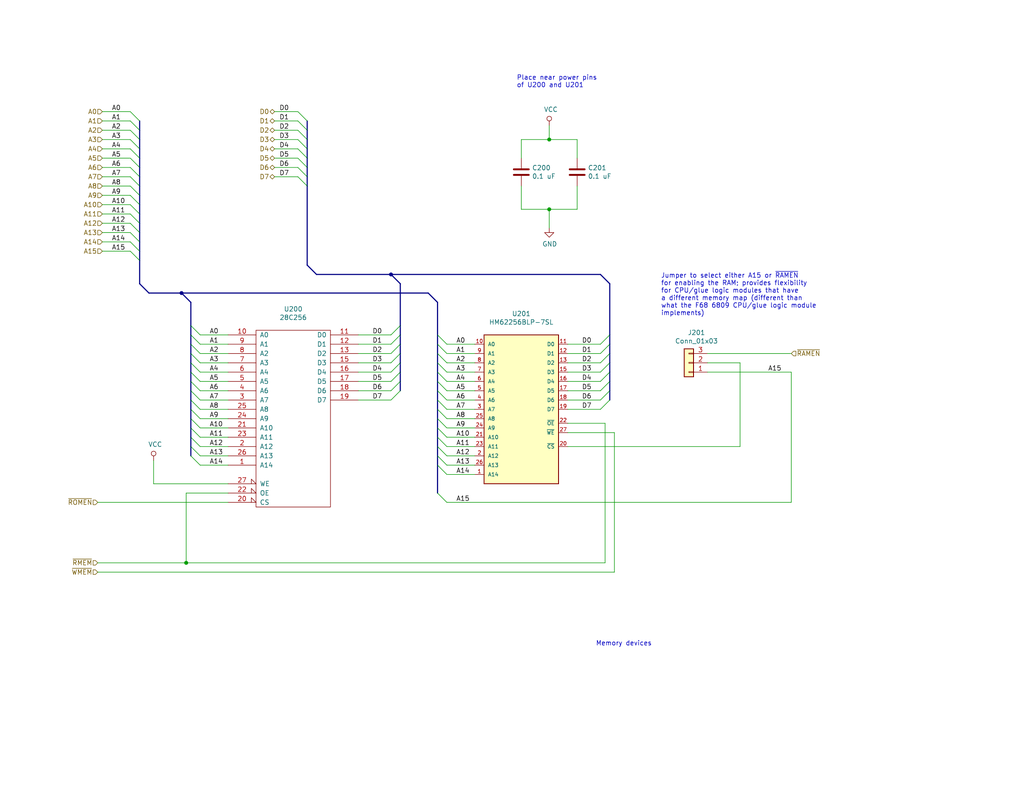
<source format=kicad_sch>
(kicad_sch (version 20211123) (generator eeschema)
  (paper "USLetter")
  (lib_symbols
    (symbol "Connector_Generic:Conn_01x03" (pin_names (offset 1.016) hide)
      (property "Reference" "J" (at 0 5.08 0))
      (property "Value" "Conn_01x03" (at 0 -5.08 0))
      (symbol "Conn_01x03_1_1"
        (rectangle (start -1.27 -2.413) (end 0 -2.667) (stroke (width 0.1524)))
        (rectangle (start -1.27 0.127) (end 0 -0.127) (stroke (width 0.1524)))
        (rectangle (start -1.27 2.667) (end 0 2.413) (stroke (width 0.1524)))
        (rectangle (start -1.27 3.81) (end 1.27 -3.81) (stroke (width 0.254)) (fill (type background)))
        (pin passive line (at -5.08 2.54 0) (length 3.81) (name "Pin_1") (number "1"))
        (pin passive line (at -5.08 0 0) (length 3.81) (name "Pin_2") (number "2"))
        (pin passive line (at -5.08 -2.54 0) (length 3.81) (name "Pin_3") (number "3"))
      )
    )
    (symbol "device:C" (pin_numbers hide) (pin_names (offset 0.254))
      (property "Reference" "C" (at 0.635 2.54 0))
      (property "Value" "C" (at 0.635 -2.54 0))
      (symbol "C_0_1"
        (polyline (pts (xy -2.032 -0.762) (xy 2.032 -0.762)) (stroke (width 0.508)))
        (polyline (pts (xy -2.032 0.762) (xy 2.032 0.762)) (stroke (width 0.508)))
      )
      (symbol "C_1_1"
        (pin passive line (at 0 3.81 270) (length 2.794) (name "~") (number "1"))
        (pin passive line (at 0 -3.81 90) (length 2.794) (name "~") (number "2"))
      )
    )
    (symbol "memory:28C256" (pin_names (offset 1.016))
      (property "Reference" "U" (at 5.08 25.4 0))
      (property "Value" "28C256" (at 7.62 -25.4 0))
      (symbol "28C256_0_0"
        (pin power_in line (at 0 -25.4 90) (length 1.27) hide (name "GND") (number "14"))
        (pin power_in line (at 0 25.4 270) (length 1.27) hide (name "VCC") (number "28"))
      )
      (symbol "28C256_0_1"
        (rectangle (start -10.16 24.13) (end 10.16 -24.13))
      )
      (symbol "28C256_1_1"
        (pin input line (at -17.78 -12.7 0) (length 7.62) (name "A14") (number "1"))
        (pin input line (at -17.78 22.86 0) (length 7.62) (name "A0") (number "10"))
        (pin tri_state line (at 17.78 22.86 180) (length 7.62) (name "D0") (number "11"))
        (pin tri_state line (at 17.78 20.32 180) (length 7.62) (name "D1") (number "12"))
        (pin tri_state line (at 17.78 17.78 180) (length 7.62) (name "D2") (number "13"))
        (pin tri_state line (at 17.78 15.24 180) (length 7.62) (name "D3") (number "15"))
        (pin tri_state line (at 17.78 12.7 180) (length 7.62) (name "D4") (number "16"))
        (pin tri_state line (at 17.78 10.16 180) (length 7.62) (name "D5") (number "17"))
        (pin tri_state line (at 17.78 7.62 180) (length 7.62) (name "D6") (number "18"))
        (pin tri_state line (at 17.78 5.08 180) (length 7.62) (name "D7") (number "19"))
        (pin input line (at -17.78 -7.62 0) (length 7.62) (name "A12") (number "2"))
        (pin input input_low (at -17.78 -22.86 0) (length 7.62) (name "CS") (number "20"))
        (pin input line (at -17.78 -2.54 0) (length 7.62) (name "A10") (number "21"))
        (pin input input_low (at -17.78 -20.32 0) (length 7.62) (name "OE") (number "22"))
        (pin input line (at -17.78 -5.08 0) (length 7.62) (name "A11") (number "23"))
        (pin input line (at -17.78 0 0) (length 7.62) (name "A9") (number "24"))
        (pin input line (at -17.78 2.54 0) (length 7.62) (name "A8") (number "25"))
        (pin input line (at -17.78 -10.16 0) (length 7.62) (name "A13") (number "26"))
        (pin input input_low (at -17.78 -17.78 0) (length 7.62) (name "WE") (number "27"))
        (pin input line (at -17.78 5.08 0) (length 7.62) (name "A7") (number "3"))
        (pin input line (at -17.78 7.62 0) (length 7.62) (name "A6") (number "4"))
        (pin input line (at -17.78 10.16 0) (length 7.62) (name "A5") (number "5"))
        (pin input line (at -17.78 12.7 0) (length 7.62) (name "A4") (number "6"))
        (pin input line (at -17.78 15.24 0) (length 7.62) (name "A3") (number "7"))
        (pin input line (at -17.78 17.78 0) (length 7.62) (name "A2") (number "8"))
        (pin input line (at -17.78 20.32 0) (length 7.62) (name "A1") (number "9"))
      )
    )
    (symbol "memory:HM62256BLP-7SL" (pin_names (offset 1.016))
      (property "Reference" "U" (at -7.62 22.86 0))
      (property "Value" "HM62256BLP-7SL" (at 10.16 -20.32 0))
      (symbol "HM62256BLP-7SL_0_0"
        (pin power_in line (at 0 -20.32 90) (length 1.27) hide (name "GND") (number "14"))
        (pin power_in line (at 0 22.86 270) (length 1.27) hide (name "VCC") (number "28"))
      )
      (symbol "HM62256BLP-7SL_0_1"
        (rectangle (start -10.16 21.59) (end 10.16 -19.05) (stroke (width 0.254)) (fill (type background)))
      )
      (symbol "HM62256BLP-7SL_1_1"
        (pin input line (at -12.7 -16.51 0) (length 2.54) (name "A14") (number "1"))
        (pin input line (at -12.7 19.05 0) (length 2.54) (name "A0") (number "10"))
        (pin tri_state line (at 12.7 19.05 180) (length 2.54) (name "D0") (number "11"))
        (pin tri_state line (at 12.7 16.51 180) (length 2.54) (name "D1") (number "12"))
        (pin tri_state line (at 12.7 13.97 180) (length 2.54) (name "D2") (number "13"))
        (pin tri_state line (at 12.7 11.43 180) (length 2.54) (name "D3") (number "15"))
        (pin tri_state line (at 12.7 8.89 180) (length 2.54) (name "D4") (number "16"))
        (pin tri_state line (at 12.7 6.35 180) (length 2.54) (name "D5") (number "17"))
        (pin tri_state line (at 12.7 3.81 180) (length 2.54) (name "D6") (number "18"))
        (pin tri_state line (at 12.7 1.27 180) (length 2.54) (name "D7") (number "19"))
        (pin input line (at -12.7 -11.43 0) (length 2.54) (name "A12") (number "2"))
        (pin input line (at 12.7 -8.89 180) (length 2.54) (name "~{CS}") (number "20"))
        (pin input line (at -12.7 -6.35 0) (length 2.54) (name "A10") (number "21"))
        (pin input line (at 12.7 -2.54 180) (length 2.54) (name "~{OE}") (number "22"))
        (pin input line (at -12.7 -8.89 0) (length 2.54) (name "A11") (number "23"))
        (pin input line (at -12.7 -3.81 0) (length 2.54) (name "A9") (number "24"))
        (pin input line (at -12.7 -1.27 0) (length 2.54) (name "A8") (number "25"))
        (pin input line (at -12.7 -13.97 0) (length 2.54) (name "A13") (number "26"))
        (pin input line (at 12.7 -5.08 180) (length 2.54) (name "~{WE}") (number "27"))
        (pin input line (at -12.7 1.27 0) (length 2.54) (name "A7") (number "3"))
        (pin input line (at -12.7 3.81 0) (length 2.54) (name "A6") (number "4"))
        (pin input line (at -12.7 6.35 0) (length 2.54) (name "A5") (number "5"))
        (pin input line (at -12.7 8.89 0) (length 2.54) (name "A4") (number "6"))
        (pin input line (at -12.7 11.43 0) (length 2.54) (name "A3") (number "7"))
        (pin input line (at -12.7 13.97 0) (length 2.54) (name "A2") (number "8"))
        (pin input line (at -12.7 16.51 0) (length 2.54) (name "A1") (number "9"))
      )
    )
    (symbol "power:GND" (power) (pin_names (offset 0))
      (property "Value" "GND" (at 0 -3.81 0))
      (symbol "GND_0_1"
        (polyline (pts (xy 0 0) (xy 0 -1.27) (xy 1.27 -1.27) (xy 0 -2.54) (xy -1.27 -1.27) (xy 0 -1.27)))
      )
      (symbol "GND_1_1"
        (pin power_in line (at 0 0 270) (length 0) hide (name "GND") (number "1"))
      )
    )
    (symbol "power:VCC" (power) (pin_names (offset 0))
      (property "Value" "VCC" (at 0 3.81 0))
      (symbol "VCC_0_1"
        (polyline (pts (xy 0 0) (xy 0 1.27)))
        (circle (center 0 1.905) (radius 0.635))
      )
      (symbol "VCC_1_1"
        (pin power_in line (at 0 0 90) (length 0) hide (name "VCC") (number "1"))
      )
    )
  )
  (junction (at 149.86 38.1))
  (junction (at 149.86 57.15))
  (junction (at 49.53 80.01))
  (junction (at 106.68 74.93))
  (junction (at 50.8 153.67))
  (bus_entry (at 81.28 30.48) (size 2.54 2.54))
  (bus_entry (at 119.38 93.98) (size 2.54 2.54))
  (bus_entry (at 52.07 93.98) (size 2.54 2.54))
  (bus_entry (at 119.38 114.3) (size 2.54 2.54))
  (bus_entry (at 52.07 99.06) (size 2.54 2.54))
  (bus_entry (at 163.83 99.06) (size 2.54 -2.54))
  (bus_entry (at 35.56 66.04) (size 2.54 2.54))
  (bus_entry (at 35.56 40.64) (size 2.54 2.54))
  (bus_entry (at 52.07 119.38) (size 2.54 2.54))
  (bus_entry (at 119.38 116.84) (size 2.54 2.54))
  (bus_entry (at 119.38 99.06) (size 2.54 2.54))
  (bus_entry (at 163.83 96.52) (size 2.54 -2.54))
  (bus_entry (at 52.07 114.3) (size 2.54 2.54))
  (bus_entry (at 119.38 111.76) (size 2.54 2.54))
  (bus_entry (at 119.38 96.52) (size 2.54 2.54))
  (bus_entry (at 163.83 93.98) (size 2.54 -2.54))
  (bus_entry (at 52.07 88.9) (size 2.54 2.54))
  (bus_entry (at 106.68 109.22) (size 2.54 -2.54))
  (bus_entry (at 119.38 124.46) (size 2.54 2.54))
  (bus_entry (at 35.56 35.56) (size 2.54 2.54))
  (bus_entry (at 106.68 93.98) (size 2.54 -2.54))
  (bus_entry (at 52.07 111.76) (size 2.54 2.54))
  (bus_entry (at 81.28 38.1) (size 2.54 2.54))
  (bus_entry (at 163.83 106.68) (size 2.54 -2.54))
  (bus_entry (at 119.38 134.62) (size 2.54 2.54))
  (bus_entry (at 35.56 68.58) (size 2.54 2.54))
  (bus_entry (at 119.38 101.6) (size 2.54 2.54))
  (bus_entry (at 119.38 106.68) (size 2.54 2.54))
  (bus_entry (at 52.07 109.22) (size 2.54 2.54))
  (bus_entry (at 35.56 38.1) (size 2.54 2.54))
  (bus_entry (at 52.07 116.84) (size 2.54 2.54))
  (bus_entry (at 163.83 111.76) (size 2.54 -2.54))
  (bus_entry (at 35.56 53.34) (size 2.54 2.54))
  (bus_entry (at 35.56 63.5) (size 2.54 2.54))
  (bus_entry (at 52.07 121.92) (size 2.54 2.54))
  (bus_entry (at 52.07 91.44) (size 2.54 2.54))
  (bus_entry (at 35.56 33.02) (size 2.54 2.54))
  (bus_entry (at 52.07 106.68) (size 2.54 2.54))
  (bus_entry (at 163.83 104.14) (size 2.54 -2.54))
  (bus_entry (at 106.68 106.68) (size 2.54 -2.54))
  (bus_entry (at 106.68 104.14) (size 2.54 -2.54))
  (bus_entry (at 119.38 91.44) (size 2.54 2.54))
  (bus_entry (at 106.68 99.06) (size 2.54 -2.54))
  (bus_entry (at 52.07 124.46) (size 2.54 2.54))
  (bus_entry (at 35.56 48.26) (size 2.54 2.54))
  (bus_entry (at 119.38 127) (size 2.54 2.54))
  (bus_entry (at 35.56 43.18) (size 2.54 2.54))
  (bus_entry (at 119.38 104.14) (size 2.54 2.54))
  (bus_entry (at 35.56 58.42) (size 2.54 2.54))
  (bus_entry (at 52.07 96.52) (size 2.54 2.54))
  (bus_entry (at 35.56 55.88) (size 2.54 2.54))
  (bus_entry (at 52.07 101.6) (size 2.54 2.54))
  (bus_entry (at 119.38 121.92) (size 2.54 2.54))
  (bus_entry (at 163.83 109.22) (size 2.54 -2.54))
  (bus_entry (at 52.07 104.14) (size 2.54 2.54))
  (bus_entry (at 81.28 48.26) (size 2.54 2.54))
  (bus_entry (at 81.28 43.18) (size 2.54 2.54))
  (bus_entry (at 119.38 109.22) (size 2.54 2.54))
  (bus_entry (at 81.28 40.64) (size 2.54 2.54))
  (bus_entry (at 81.28 35.56) (size 2.54 2.54))
  (bus_entry (at 163.83 101.6) (size 2.54 -2.54))
  (bus_entry (at 35.56 45.72) (size 2.54 2.54))
  (bus_entry (at 35.56 60.96) (size 2.54 2.54))
  (bus_entry (at 81.28 45.72) (size 2.54 2.54))
  (bus_entry (at 119.38 119.38) (size 2.54 2.54))
  (bus_entry (at 81.28 33.02) (size 2.54 2.54))
  (bus_entry (at 106.68 96.52) (size 2.54 -2.54))
  (bus_entry (at 106.68 101.6) (size 2.54 -2.54))
  (bus_entry (at 106.68 91.44) (size 2.54 -2.54))
  (bus_entry (at 35.56 30.48) (size 2.54 2.54))
  (bus_entry (at 35.56 50.8) (size 2.54 2.54))
  (wire (pts (xy 167.64 156.21) (xy 26.67 156.21)))
  (bus (pts (xy 119.38 93.98) (xy 119.38 96.52)))
  (wire (pts (xy 154.94 96.52) (xy 163.83 96.52)))
  (wire (pts (xy 74.93 35.56) (xy 81.28 35.56)))
  (wire (pts (xy 97.79 106.68) (xy 106.68 106.68)))
  (wire (pts (xy 74.93 33.02) (xy 81.28 33.02)))
  (bus (pts (xy 119.38 104.14) (xy 119.38 106.68)))
  (wire (pts (xy 97.79 109.22) (xy 106.68 109.22)))
  (wire (pts (xy 97.79 104.14) (xy 106.68 104.14)))
  (bus (pts (xy 52.07 96.52) (xy 52.07 99.06)))
  (wire (pts (xy 154.94 101.6) (xy 163.83 101.6)))
  (wire (pts (xy 62.23 109.22) (xy 54.61 109.22)))
  (wire (pts (xy 62.23 106.68) (xy 54.61 106.68)))
  (bus (pts (xy 109.22 101.6) (xy 109.22 104.14)))
  (wire (pts (xy 27.94 33.02) (xy 35.56 33.02)))
  (wire (pts (xy 129.54 106.68) (xy 121.92 106.68)))
  (wire (pts (xy 215.9 137.16) (xy 215.9 101.6)))
  (wire (pts (xy 74.93 30.48) (xy 81.28 30.48)))
  (bus (pts (xy 38.1 71.12) (xy 38.1 77.47)))
  (bus (pts (xy 52.07 106.68) (xy 52.07 109.22)))
  (wire (pts (xy 74.93 45.72) (xy 81.28 45.72)))
  (wire (pts (xy 129.54 124.46) (xy 121.92 124.46)))
  (wire (pts (xy 27.94 58.42) (xy 35.56 58.42)))
  (wire (pts (xy 27.94 40.64) (xy 35.56 40.64)))
  (wire (pts (xy 157.48 43.18) (xy 157.48 38.1)))
  (wire (pts (xy 62.23 114.3) (xy 54.61 114.3)))
  (wire (pts (xy 62.23 132.08) (xy 41.91 132.08)))
  (wire (pts (xy 129.54 96.52) (xy 121.92 96.52)))
  (wire (pts (xy 149.86 38.1) (xy 149.86 34.29)))
  (wire (pts (xy 74.93 43.18) (xy 81.28 43.18)))
  (wire (pts (xy 129.54 111.76) (xy 121.92 111.76)))
  (bus (pts (xy 109.22 91.44) (xy 109.22 93.98)))
  (bus (pts (xy 52.07 88.9) (xy 52.07 91.44)))
  (bus (pts (xy 119.38 82.55) (xy 119.38 91.44)))
  (wire (pts (xy 154.94 99.06) (xy 163.83 99.06)))
  (wire (pts (xy 27.94 48.26) (xy 35.56 48.26)))
  (bus (pts (xy 109.22 104.14) (xy 109.22 106.68)))
  (wire (pts (xy 27.94 53.34) (xy 35.56 53.34)))
  (bus (pts (xy 38.1 38.1) (xy 38.1 40.64)))
  (bus (pts (xy 119.38 99.06) (xy 119.38 101.6)))
  (bus (pts (xy 119.38 119.38) (xy 119.38 121.92)))
  (bus (pts (xy 116.84 80.01) (xy 119.38 82.55)))
  (wire (pts (xy 62.23 116.84) (xy 54.61 116.84)))
  (bus (pts (xy 166.37 91.44) (xy 166.37 93.98)))
  (bus (pts (xy 163.83 74.93) (xy 166.37 77.47)))
  (wire (pts (xy 129.54 101.6) (xy 121.92 101.6)))
  (bus (pts (xy 83.82 40.64) (xy 83.82 43.18)))
  (wire (pts (xy 27.94 38.1) (xy 35.56 38.1)))
  (wire (pts (xy 142.24 50.8) (xy 142.24 57.15)))
  (bus (pts (xy 38.1 55.88) (xy 38.1 58.42)))
  (wire (pts (xy 97.79 96.52) (xy 106.68 96.52)))
  (wire (pts (xy 129.54 119.38) (xy 121.92 119.38)))
  (bus (pts (xy 166.37 93.98) (xy 166.37 96.52)))
  (bus (pts (xy 38.1 40.64) (xy 38.1 43.18)))
  (wire (pts (xy 154.94 93.98) (xy 163.83 93.98)))
  (wire (pts (xy 97.79 101.6) (xy 106.68 101.6)))
  (bus (pts (xy 52.07 121.92) (xy 52.07 124.46)))
  (wire (pts (xy 157.48 50.8) (xy 157.48 57.15)))
  (bus (pts (xy 52.07 82.55) (xy 52.07 88.9)))
  (bus (pts (xy 83.82 72.39) (xy 86.36 74.93)))
  (bus (pts (xy 52.07 99.06) (xy 52.07 101.6)))
  (bus (pts (xy 119.38 127) (xy 119.38 134.62)))
  (bus (pts (xy 52.07 114.3) (xy 52.07 116.84)))
  (bus (pts (xy 38.1 43.18) (xy 38.1 45.72)))
  (wire (pts (xy 121.92 137.16) (xy 215.9 137.16)))
  (bus (pts (xy 119.38 111.76) (xy 119.38 114.3)))
  (bus (pts (xy 49.53 80.01) (xy 116.84 80.01)))
  (wire (pts (xy 129.54 104.14) (xy 121.92 104.14)))
  (wire (pts (xy 129.54 99.06) (xy 121.92 99.06)))
  (wire (pts (xy 129.54 109.22) (xy 121.92 109.22)))
  (bus (pts (xy 83.82 38.1) (xy 83.82 40.64)))
  (wire (pts (xy 97.79 91.44) (xy 106.68 91.44)))
  (bus (pts (xy 40.64 80.01) (xy 49.53 80.01)))
  (wire (pts (xy 27.94 45.72) (xy 35.56 45.72)))
  (wire (pts (xy 97.79 93.98) (xy 106.68 93.98)))
  (bus (pts (xy 38.1 66.04) (xy 38.1 68.58)))
  (wire (pts (xy 149.86 57.15) (xy 157.48 57.15)))
  (bus (pts (xy 119.38 109.22) (xy 119.38 111.76)))
  (bus (pts (xy 166.37 106.68) (xy 166.37 109.22)))
  (bus (pts (xy 86.36 74.93) (xy 106.68 74.93)))
  (wire (pts (xy 129.54 121.92) (xy 121.92 121.92)))
  (bus (pts (xy 166.37 77.47) (xy 166.37 91.44)))
  (bus (pts (xy 109.22 77.47) (xy 109.22 88.9)))
  (bus (pts (xy 52.07 104.14) (xy 52.07 106.68)))
  (bus (pts (xy 166.37 96.52) (xy 166.37 99.06)))
  (bus (pts (xy 166.37 104.14) (xy 166.37 106.68)))
  (wire (pts (xy 62.23 104.14) (xy 54.61 104.14)))
  (bus (pts (xy 38.1 35.56) (xy 38.1 38.1)))
  (bus (pts (xy 109.22 99.06) (xy 109.22 101.6)))
  (wire (pts (xy 62.23 111.76) (xy 54.61 111.76)))
  (bus (pts (xy 109.22 96.52) (xy 109.22 99.06)))
  (wire (pts (xy 27.94 50.8) (xy 35.56 50.8)))
  (wire (pts (xy 27.94 30.48) (xy 35.56 30.48)))
  (wire (pts (xy 62.23 121.92) (xy 54.61 121.92)))
  (bus (pts (xy 119.38 96.52) (xy 119.38 99.06)))
  (wire (pts (xy 154.94 109.22) (xy 163.83 109.22)))
  (wire (pts (xy 27.94 60.96) (xy 35.56 60.96)))
  (bus (pts (xy 119.38 106.68) (xy 119.38 109.22)))
  (wire (pts (xy 74.93 38.1) (xy 81.28 38.1)))
  (bus (pts (xy 52.07 116.84) (xy 52.07 119.38)))
  (bus (pts (xy 83.82 45.72) (xy 83.82 48.26)))
  (wire (pts (xy 193.04 96.52) (xy 215.9 96.52)))
  (wire (pts (xy 149.86 38.1) (xy 157.48 38.1)))
  (wire (pts (xy 27.94 55.88) (xy 35.56 55.88)))
  (bus (pts (xy 38.1 60.96) (xy 38.1 63.5)))
  (wire (pts (xy 62.23 93.98) (xy 54.61 93.98)))
  (wire (pts (xy 154.94 115.57) (xy 165.1 115.57)))
  (bus (pts (xy 52.07 119.38) (xy 52.07 121.92)))
  (wire (pts (xy 154.94 104.14) (xy 163.83 104.14)))
  (wire (pts (xy 129.54 127) (xy 121.92 127)))
  (wire (pts (xy 97.79 99.06) (xy 106.68 99.06)))
  (bus (pts (xy 109.22 88.9) (xy 109.22 91.44)))
  (bus (pts (xy 52.07 101.6) (xy 52.07 104.14)))
  (bus (pts (xy 119.38 124.46) (xy 119.38 127)))
  (wire (pts (xy 62.23 99.06) (xy 54.61 99.06)))
  (bus (pts (xy 119.38 116.84) (xy 119.38 119.38)))
  (bus (pts (xy 38.1 68.58) (xy 38.1 71.12)))
  (bus (pts (xy 38.1 58.42) (xy 38.1 60.96)))
  (bus (pts (xy 52.07 93.98) (xy 52.07 96.52)))
  (bus (pts (xy 52.07 91.44) (xy 52.07 93.98)))
  (wire (pts (xy 62.23 96.52) (xy 54.61 96.52)))
  (wire (pts (xy 27.94 35.56) (xy 35.56 35.56)))
  (wire (pts (xy 26.67 137.16) (xy 62.23 137.16)))
  (bus (pts (xy 52.07 111.76) (xy 52.07 114.3)))
  (bus (pts (xy 83.82 50.8) (xy 83.82 72.39)))
  (wire (pts (xy 165.1 153.67) (xy 50.8 153.67)))
  (wire (pts (xy 154.94 118.11) (xy 167.64 118.11)))
  (bus (pts (xy 38.1 33.02) (xy 38.1 35.56)))
  (wire (pts (xy 74.93 40.64) (xy 81.28 40.64)))
  (bus (pts (xy 83.82 33.02) (xy 83.82 35.56)))
  (bus (pts (xy 166.37 99.06) (xy 166.37 101.6)))
  (wire (pts (xy 201.93 99.06) (xy 193.04 99.06)))
  (bus (pts (xy 38.1 48.26) (xy 38.1 50.8)))
  (wire (pts (xy 50.8 134.62) (xy 50.8 153.67)))
  (wire (pts (xy 129.54 129.54) (xy 121.92 129.54)))
  (bus (pts (xy 119.38 121.92) (xy 119.38 124.46)))
  (wire (pts (xy 27.94 66.04) (xy 35.56 66.04)))
  (wire (pts (xy 50.8 153.67) (xy 26.67 153.67)))
  (wire (pts (xy 62.23 119.38) (xy 54.61 119.38)))
  (wire (pts (xy 129.54 93.98) (xy 121.92 93.98)))
  (wire (pts (xy 154.94 106.68) (xy 163.83 106.68)))
  (wire (pts (xy 41.91 132.08) (xy 41.91 125.73)))
  (wire (pts (xy 142.24 57.15) (xy 149.86 57.15)))
  (bus (pts (xy 38.1 45.72) (xy 38.1 48.26)))
  (bus (pts (xy 83.82 48.26) (xy 83.82 50.8)))
  (wire (pts (xy 165.1 115.57) (xy 165.1 153.67)))
  (bus (pts (xy 119.38 114.3) (xy 119.38 116.84)))
  (wire (pts (xy 74.93 48.26) (xy 81.28 48.26)))
  (bus (pts (xy 119.38 91.44) (xy 119.38 93.98)))
  (wire (pts (xy 154.94 111.76) (xy 163.83 111.76)))
  (bus (pts (xy 83.82 43.18) (xy 83.82 45.72)))
  (wire (pts (xy 62.23 127) (xy 54.61 127)))
  (wire (pts (xy 149.86 57.15) (xy 149.86 62.23)))
  (wire (pts (xy 142.24 38.1) (xy 149.86 38.1)))
  (bus (pts (xy 38.1 63.5) (xy 38.1 66.04)))
  (bus (pts (xy 38.1 50.8) (xy 38.1 53.34)))
  (bus (pts (xy 49.53 80.01) (xy 52.07 82.55)))
  (wire (pts (xy 62.23 101.6) (xy 54.61 101.6)))
  (bus (pts (xy 38.1 53.34) (xy 38.1 55.88)))
  (bus (pts (xy 38.1 77.47) (xy 40.64 80.01)))
  (bus (pts (xy 52.07 109.22) (xy 52.07 111.76)))
  (bus (pts (xy 83.82 35.56) (xy 83.82 38.1)))
  (wire (pts (xy 27.94 68.58) (xy 35.56 68.58)))
  (wire (pts (xy 129.54 116.84) (xy 121.92 116.84)))
  (wire (pts (xy 129.54 114.3) (xy 121.92 114.3)))
  (wire (pts (xy 201.93 121.92) (xy 201.93 99.06)))
  (wire (pts (xy 62.23 124.46) (xy 54.61 124.46)))
  (wire (pts (xy 27.94 43.18) (xy 35.56 43.18)))
  (wire (pts (xy 193.04 101.6) (xy 215.9 101.6)))
  (wire (pts (xy 167.64 118.11) (xy 167.64 156.21)))
  (bus (pts (xy 106.68 74.93) (xy 109.22 77.47)))
  (bus (pts (xy 166.37 101.6) (xy 166.37 104.14)))
  (wire (pts (xy 62.23 91.44) (xy 54.61 91.44)))
  (wire (pts (xy 154.94 121.92) (xy 201.93 121.92)))
  (wire (pts (xy 27.94 63.5) (xy 35.56 63.5)))
  (wire (pts (xy 62.23 134.62) (xy 50.8 134.62)))
  (bus (pts (xy 109.22 93.98) (xy 109.22 96.52)))
  (bus (pts (xy 119.38 101.6) (xy 119.38 104.14)))
  (wire (pts (xy 142.24 43.18) (xy 142.24 38.1)))
  (bus (pts (xy 106.68 74.93) (xy 163.83 74.93)))
  (text "Place near power pins\nof U200 and U201" (at 140.97 24.13 0) (effects (font (size 1.27 1.27)) (justify left bottom)))
  (text "Memory devices" (at 162.56 176.53 0) (effects (font (size 1.27 1.27)) (justify left bottom)))
  (text "Jumper to select either A15 or ~{RAMEN}\nfor enabling the RAM; provides flexibility\nfor CPU/glue logic modules that have\na different memory map (different than\nwhat the F68 6809 CPU/glue logic module\nimplements)" (at 180.34 86.36 0) (effects (font (size 1.27 1.27)) (justify left bottom)))
  (label "D5" (at 76.2 43.18 0))
  (label "A5" (at 30.48 43.18 0))
  (label "D4" (at 101.6 101.6 0))
  (label "D2" (at 158.75 99.06 0))
  (label "A13" (at 30.48 63.5 0))
  (label "D5" (at 158.75 106.68 0))
  (label "A15" (at 209.55 101.6 0))
  (label "D7" (at 101.6 109.22 0))
  (label "A8" (at 124.46 114.3 0))
  (label "A0" (at 30.48 30.48 0))
  (label "A11" (at 30.48 58.42 0))
  (label "D1" (at 76.2 33.02 0))
  (label "D6" (at 158.75 109.22 0))
  (label "D0" (at 101.6 91.44 0))
  (label "A12" (at 124.46 124.46 0))
  (label "A15" (at 124.46 137.16 0))
  (label "D1" (at 101.6 93.98 0))
  (label "A6" (at 124.46 109.22 0))
  (label "D3" (at 158.75 101.6 0))
  (label "D4" (at 158.75 104.14 0))
  (label "A2" (at 124.46 99.06 0))
  (label "A7" (at 30.48 48.26 0))
  (label "A3" (at 124.46 101.6 0))
  (label "A4" (at 124.46 104.14 0))
  (label "A13" (at 57.15 124.46 0))
  (label "A14" (at 57.15 127 0))
  (label "D4" (at 76.2 40.64 0))
  (label "A10" (at 57.15 116.84 0))
  (label "A2" (at 57.15 96.52 0))
  (label "A7" (at 124.46 111.76 0))
  (label "A14" (at 30.48 66.04 0))
  (label "A3" (at 30.48 38.1 0))
  (label "A1" (at 124.46 96.52 0))
  (label "D3" (at 101.6 99.06 0))
  (label "D6" (at 101.6 106.68 0))
  (label "A11" (at 124.46 121.92 0))
  (label "A7" (at 57.15 109.22 0))
  (label "A11" (at 57.15 119.38 0))
  (label "D0" (at 158.75 93.98 0))
  (label "A14" (at 124.46 129.54 0))
  (label "A9" (at 57.15 114.3 0))
  (label "A5" (at 57.15 104.14 0))
  (label "A10" (at 30.48 55.88 0))
  (label "A6" (at 57.15 106.68 0))
  (label "A9" (at 124.46 116.84 0))
  (label "A15" (at 30.48 68.58 0))
  (label "A0" (at 57.15 91.44 0))
  (label "A13" (at 124.46 127 0))
  (label "A0" (at 124.46 93.98 0))
  (label "D7" (at 76.2 48.26 0))
  (label "A8" (at 57.15 111.76 0))
  (label "A12" (at 57.15 121.92 0))
  (label "D7" (at 158.75 111.76 0))
  (label "A1" (at 30.48 33.02 0))
  (label "A6" (at 30.48 45.72 0))
  (label "A5" (at 124.46 106.68 0))
  (label "A8" (at 30.48 50.8 0))
  (label "D0" (at 76.2 30.48 0))
  (label "D3" (at 76.2 38.1 0))
  (label "A4" (at 30.48 40.64 0))
  (label "A12" (at 30.48 60.96 0))
  (label "A4" (at 57.15 101.6 0))
  (label "A9" (at 30.48 53.34 0))
  (label "D5" (at 101.6 104.14 0))
  (label "A2" (at 30.48 35.56 0))
  (label "A10" (at 124.46 119.38 0))
  (label "D6" (at 76.2 45.72 0))
  (label "A3" (at 57.15 99.06 0))
  (label "D2" (at 76.2 35.56 0))
  (label "A1" (at 57.15 93.98 0))
  (label "D2" (at 101.6 96.52 0))
  (label "D1" (at 158.75 96.52 0))
  (hierarchical_label "~{RAMEN}" (shape input) (at 215.9 96.52 0))
  (hierarchical_label "D7" (shape bidirectional) (at 74.93 48.26 180))
  (hierarchical_label "A10" (shape input) (at 27.94 55.88 180))
  (hierarchical_label "~{RMEM}" (shape input) (at 26.67 153.67 180))
  (hierarchical_label "A5" (shape input) (at 27.94 43.18 180))
  (hierarchical_label "D2" (shape bidirectional) (at 74.93 35.56 180))
  (hierarchical_label "A12" (shape input) (at 27.94 60.96 180))
  (hierarchical_label "A13" (shape input) (at 27.94 63.5 180))
  (hierarchical_label "A9" (shape input) (at 27.94 53.34 180))
  (hierarchical_label "D4" (shape bidirectional) (at 74.93 40.64 180))
  (hierarchical_label "A8" (shape input) (at 27.94 50.8 180))
  (hierarchical_label "D3" (shape bidirectional) (at 74.93 38.1 180))
  (hierarchical_label "D6" (shape bidirectional) (at 74.93 45.72 180))
  (hierarchical_label "A4" (shape input) (at 27.94 40.64 180))
  (hierarchical_label "D5" (shape bidirectional) (at 74.93 43.18 180))
  (hierarchical_label "A7" (shape input) (at 27.94 48.26 180))
  (hierarchical_label "~{WMEM}" (shape input) (at 26.67 156.21 180))
  (hierarchical_label "A15" (shape input) (at 27.94 68.58 180))
  (hierarchical_label "A1" (shape input) (at 27.94 33.02 180))
  (hierarchical_label "A11" (shape input) (at 27.94 58.42 180))
  (hierarchical_label "D0" (shape bidirectional) (at 74.93 30.48 180))
  (hierarchical_label "A14" (shape input) (at 27.94 66.04 180))
  (hierarchical_label "D1" (shape bidirectional) (at 74.93 33.02 180))
  (hierarchical_label "A0" (shape input) (at 27.94 30.48 180))
  (hierarchical_label "A2" (shape input) (at 27.94 35.56 180))
  (hierarchical_label "~{ROMEN}" (shape input) (at 26.67 137.16 180))
  (hierarchical_label "A3" (shape input) (at 27.94 38.1 180))
  (hierarchical_label "A6" (shape input) (at 27.94 45.72 180))
  (symbol (lib_id "memory:28C256") (at 80.01 114.3 0) (unit 1)
    (property "Reference" "U200" (at 80.01 84.3788 0))
    (property "Value" "28C256" (at 80.01 86.6902 0))
    (property "Footprint" "Socket:DIP_Socket-28_W11.9_W12.7_W15.24_W17.78_W18.5_3M_228-1277-00-0602J" (effects hide))
  )
  (symbol (lib_id "memory:HM62256BLP-7SL") (at 142.24 113.03 0) (unit 1)
    (property "Reference" "U201" (at 142.24 85.6488 0))
    (property "Value" "HM62256BLP-7SL" (at 142.24 87.9602 0))
    (property "Footprint" "Package_DIP:DIP-28_W15.24mm_Socket" (effects hide))
  )
  (symbol (lib_id "power:VCC") (at 41.91 125.73 0) (unit 1)
    (property "Reference" "#PWR0200" (effects hide))
    (property "Value" "VCC" (at 42.3418 121.3358 0))
  )
  (symbol (lib_id "device:C") (at 142.24 46.99 0) (unit 1)
    (property "Reference" "C200" (at 145.161 45.8216 0) (effects (justify left)))
    (property "Value" "0.1 uF" (at 145.161 48.133 0) (effects (justify left)))
    (property "Footprint" "Capacitor_THT:C_Disc_D5.0mm_W2.5mm_P2.50mm" (effects hide))
  )
  (symbol (lib_id "device:C") (at 157.48 46.99 0) (unit 1)
    (property "Reference" "C201" (at 160.401 45.8216 0) (effects (justify left)))
    (property "Value" "0.1 uF" (at 160.401 48.133 0) (effects (justify left)))
    (property "Footprint" "Capacitor_THT:C_Disc_D5.0mm_W2.5mm_P2.50mm" (effects hide))
  )
  (symbol (lib_id "power:VCC") (at 149.86 34.29 0) (unit 1)
    (property "Reference" "#PWR0201" (effects hide))
    (property "Value" "VCC" (at 150.2918 29.8958 0))
  )
  (symbol (lib_id "power:GND") (at 149.86 62.23 0) (unit 1)
    (property "Reference" "#PWR0202" (effects hide))
    (property "Value" "GND" (at 149.987 66.6242 0))
  )
  (symbol (lib_id "Connector_Generic:Conn_01x03") (at 187.96 99.06 180) (unit 1)
    (property "Reference" "J201" (at 190.0428 90.805 0))
    (property "Value" "Conn_01x03" (at 190.0428 93.1164 0))
    (property "Footprint" "Connector_PinHeader_2.54mm:PinHeader_1x03_P2.54mm_Vertical" (effects hide))
  )
)
</source>
